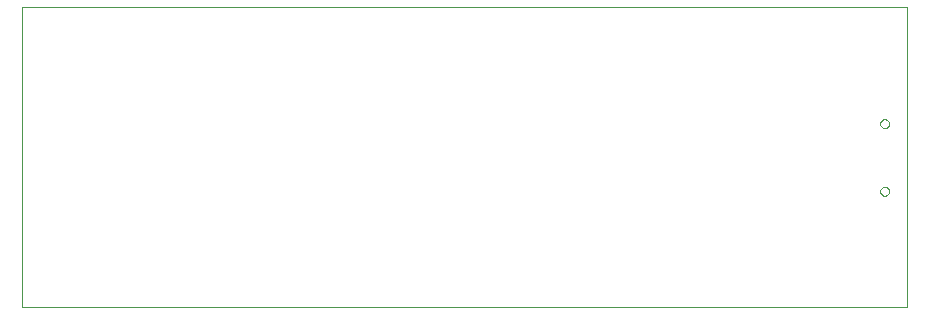
<source format=gbp>
G75*
%MOIN*%
%OFA0B0*%
%FSLAX24Y24*%
%IPPOS*%
%LPD*%
%AMOC8*
5,1,8,0,0,1.08239X$1,22.5*
%
%ADD10C,0.0000*%
D10*
X001680Y001485D02*
X001680Y011485D01*
X031180Y011485D01*
X031180Y001485D01*
X001680Y001485D01*
X030280Y005360D02*
X030282Y005384D01*
X030288Y005408D01*
X030297Y005430D01*
X030310Y005450D01*
X030326Y005468D01*
X030345Y005483D01*
X030366Y005496D01*
X030388Y005504D01*
X030412Y005509D01*
X030436Y005510D01*
X030460Y005507D01*
X030483Y005500D01*
X030505Y005490D01*
X030525Y005476D01*
X030542Y005459D01*
X030557Y005440D01*
X030568Y005419D01*
X030576Y005396D01*
X030580Y005372D01*
X030580Y005348D01*
X030576Y005324D01*
X030568Y005301D01*
X030557Y005280D01*
X030542Y005261D01*
X030525Y005244D01*
X030505Y005230D01*
X030483Y005220D01*
X030460Y005213D01*
X030436Y005210D01*
X030412Y005211D01*
X030388Y005216D01*
X030366Y005224D01*
X030345Y005237D01*
X030326Y005252D01*
X030310Y005270D01*
X030297Y005290D01*
X030288Y005312D01*
X030282Y005336D01*
X030280Y005360D01*
X030280Y007610D02*
X030282Y007634D01*
X030288Y007658D01*
X030297Y007680D01*
X030310Y007700D01*
X030326Y007718D01*
X030345Y007733D01*
X030366Y007746D01*
X030388Y007754D01*
X030412Y007759D01*
X030436Y007760D01*
X030460Y007757D01*
X030483Y007750D01*
X030505Y007740D01*
X030525Y007726D01*
X030542Y007709D01*
X030557Y007690D01*
X030568Y007669D01*
X030576Y007646D01*
X030580Y007622D01*
X030580Y007598D01*
X030576Y007574D01*
X030568Y007551D01*
X030557Y007530D01*
X030542Y007511D01*
X030525Y007494D01*
X030505Y007480D01*
X030483Y007470D01*
X030460Y007463D01*
X030436Y007460D01*
X030412Y007461D01*
X030388Y007466D01*
X030366Y007474D01*
X030345Y007487D01*
X030326Y007502D01*
X030310Y007520D01*
X030297Y007540D01*
X030288Y007562D01*
X030282Y007586D01*
X030280Y007610D01*
M02*

</source>
